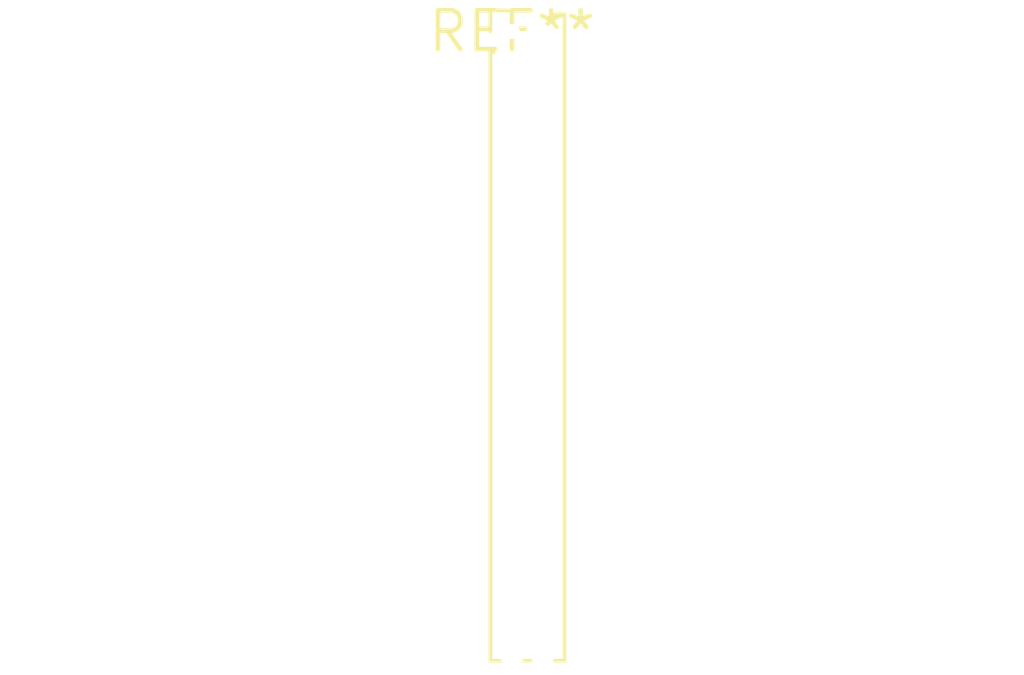
<source format=kicad_pcb>
(kicad_pcb (version 20240108) (generator pcbnew)
  (layers (0 "F.Cu" signal) (31 "B.Cu" signal) (34 "B.Paste" user) (35 "F.Paste" user) (36 "B.SilkS" user "B.Silkscreen") (37 "F.SilkS" user "F.Silkscreen") (38 "B.Mask" user) (39 "F.Mask" user) (44 "Edge.Cuts" user))
  (net 0 "")
  (footprint "PinHeader_2x21_P1.00mm_Vertical" (layer "F.Cu") (at 0 0)
    (property "Reference" "REF**")
    (property "Value" "PinHeader_2x21_P1.00mm_Vertical")
    (fp_line (start -0.71 -0.685) (end 0 -0.685) (layer "F.SilkS") (stroke (width 0.12)))
    (fp_line (start -0.71 0) (end -0.71 -0.685) (layer "F.SilkS") (stroke (width 0.12)))
    (fp_line (start -0.71 0.685) (end -0.71 20.56) (layer "F.SilkS") (stroke (width 0.12)))
    (fp_line (start -0.71 0.685) (end -0.608276 0.685) (layer "F.SilkS") (stroke (width 0.12)))
    (fp_line (start -0.71 20.56) (end -0.394493 20.56) (layer "F.SilkS") (stroke (width 0.12)))
    (fp_line (start 0.394493 20.56) (end 0.605507 20.56) (layer "F.SilkS") (stroke (width 0.12)))
    (fp_line (start 1.394493 -0.56) (end 1.71 -0.56) (layer "F.SilkS") (stroke (width 0.12)))
    (fp_line (start 1.394493 20.56) (end 1.71 20.56) (layer "F.SilkS") (stroke (width 0.12)))
    (fp_line (start 1.71 -0.56) (end 1.71 20.56) (layer "F.SilkS") (stroke (width 0.12)))
    (pad "1" thru_hole rect (at 0 0) (size 0.85 0.85) (drill 0.5) (layers *.Cu *.Mask) (remove_unused_layers))
    (pad "2" thru_hole oval (at 1 0) (size 0.85 0.85) (drill 0.5) (layers *.Cu *.Mask) (remove_unused_layers))
    (pad "3" thru_hole oval (at 0 1) (size 0.85 0.85) (drill 0.5) (layers *.Cu *.Mask) (remove_unused_layers))
    (pad "4" thru_hole oval (at 1 1) (size 0.85 0.85) (drill 0.5) (layers *.Cu *.Mask) (remove_unused_layers))
    (pad "5" thru_hole oval (at 0 2) (size 0.85 0.85) (drill 0.5) (layers *.Cu *.Mask) (remove_unused_layers))
    (pad "6" thru_hole oval (at 1 2) (size 0.85 0.85) (drill 0.5) (layers *.Cu *.Mask) (remove_unused_layers))
    (pad "7" thru_hole oval (at 0 3) (size 0.85 0.85) (drill 0.5) (layers *.Cu *.Mask) (remove_unused_layers))
    (pad "8" thru_hole oval (at 1 3) (size 0.85 0.85) (drill 0.5) (layers *.Cu *.Mask) (remove_unused_layers))
    (pad "9" thru_hole oval (at 0 4) (size 0.85 0.85) (drill 0.5) (layers *.Cu *.Mask) (remove_unused_layers))
    (pad "10" thru_hole oval (at 1 4) (size 0.85 0.85) (drill 0.5) (layers *.Cu *.Mask) (remove_unused_layers))
    (pad "11" thru_hole oval (at 0 5) (size 0.85 0.85) (drill 0.5) (layers *.Cu *.Mask) (remove_unused_layers))
    (pad "12" thru_hole oval (at 1 5) (size 0.85 0.85) (drill 0.5) (layers *.Cu *.Mask) (remove_unused_layers))
    (pad "13" thru_hole oval (at 0 6) (size 0.85 0.85) (drill 0.5) (layers *.Cu *.Mask) (remove_unused_layers))
    (pad "14" thru_hole oval (at 1 6) (size 0.85 0.85) (drill 0.5) (layers *.Cu *.Mask) (remove_unused_layers))
    (pad "15" thru_hole oval (at 0 7) (size 0.85 0.85) (drill 0.5) (layers *.Cu *.Mask) (remove_unused_layers))
    (pad "16" thru_hole oval (at 1 7) (size 0.85 0.85) (drill 0.5) (layers *.Cu *.Mask) (remove_unused_layers))
    (pad "17" thru_hole oval (at 0 8) (size 0.85 0.85) (drill 0.5) (layers *.Cu *.Mask) (remove_unused_layers))
    (pad "18" thru_hole oval (at 1 8) (size 0.85 0.85) (drill 0.5) (layers *.Cu *.Mask) (remove_unused_layers))
    (pad "19" thru_hole oval (at 0 9) (size 0.85 0.85) (drill 0.5) (layers *.Cu *.Mask) (remove_unused_layers))
    (pad "20" thru_hole oval (at 1 9) (size 0.85 0.85) (drill 0.5) (layers *.Cu *.Mask) (remove_unused_layers))
    (pad "21" thru_hole oval (at 0 10) (size 0.85 0.85) (drill 0.5) (layers *.Cu *.Mask) (remove_unused_layers))
    (pad "22" thru_hole oval (at 1 10) (size 0.85 0.85) (drill 0.5) (layers *.Cu *.Mask) (remove_unused_layers))
    (pad "23" thru_hole oval (at 0 11) (size 0.85 0.85) (drill 0.5) (layers *.Cu *.Mask) (remove_unused_layers))
    (pad "24" thru_hole oval (at 1 11) (size 0.85 0.85) (drill 0.5) (layers *.Cu *.Mask) (remove_unused_layers))
    (pad "25" thru_hole oval (at 0 12) (size 0.85 0.85) (drill 0.5) (layers *.Cu *.Mask) (remove_unused_layers))
    (pad "26" thru_hole oval (at 1 12) (size 0.85 0.85) (drill 0.5) (layers *.Cu *.Mask) (remove_unused_layers))
    (pad "27" thru_hole oval (at 0 13) (size 0.85 0.85) (drill 0.5) (layers *.Cu *.Mask) (remove_unused_layers))
    (pad "28" thru_hole oval (at 1 13) (size 0.85 0.85) (drill 0.5) (layers *.Cu *.Mask) (remove_unused_layers))
    (pad "29" thru_hole oval (at 0 14) (size 0.85 0.85) (drill 0.5) (layers *.Cu *.Mask) (remove_unused_layers))
    (pad "30" thru_hole oval (at 1 14) (size 0.85 0.85) (drill 0.5) (layers *.Cu *.Mask) (remove_unused_layers))
    (pad "31" thru_hole oval (at 0 15) (size 0.85 0.85) (drill 0.5) (layers *.Cu *.Mask) (remove_unused_layers))
    (pad "32" thru_hole oval (at 1 15) (size 0.85 0.85) (drill 0.5) (layers *.Cu *.Mask) (remove_unused_layers))
    (pad "33" thru_hole oval (at 0 16) (size 0.85 0.85) (drill 0.5) (layers *.Cu *.Mask) (remove_unused_layers))
    (pad "34" thru_hole oval (at 1 16) (size 0.85 0.85) (drill 0.5) (layers *.Cu *.Mask) (remove_unused_layers))
    (pad "35" thru_hole oval (at 0 17) (size 0.85 0.85) (drill 0.5) (layers *.Cu *.Mask) (remove_unused_layers))
    (pad "36" thru_hole oval (at 1 17) (size 0.85 0.85) (drill 0.5) (layers *.Cu *.Mask) (remove_unused_layers))
    (pad "37" thru_hole oval (at 0 18) (size 0.85 0.85) (drill 0.5) (layers *.Cu *.Mask) (remove_unused_layers))
    (pad "38" thru_hole oval (at 1 18) (size 0.85 0.85) (drill 0.5) (layers *.Cu *.Mask) (remove_unused_layers))
    (pad "39" thru_hole oval (at 0 19) (size 0.85 0.85) (drill 0.5) (layers *.Cu *.Mask) (remove_unused_layers))
    (pad "40" thru_hole oval (at 1 19) (size 0.85 0.85) (drill 0.5) (layers *.Cu *.Mask) (remove_unused_layers))
    (pad "41" thru_hole oval (at 0 20) (size 0.85 0.85) (drill 0.5) (layers *.Cu *.Mask) (remove_unused_layers))
    (pad "42" thru_hole oval (at 1 20) (size 0.85 0.85) (drill 0.5) (layers *.Cu *.Mask) (remove_unused_layers))
  )
)
</source>
